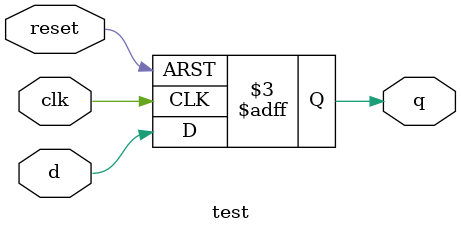
<source format=v>
module test(q, d, clk, reset);
output reg q;
input d, clk, reset;

always @ (posedge clk, negedge reset)
	if(!reset) q <= 0;
	else q <= d;

endmodule

</source>
